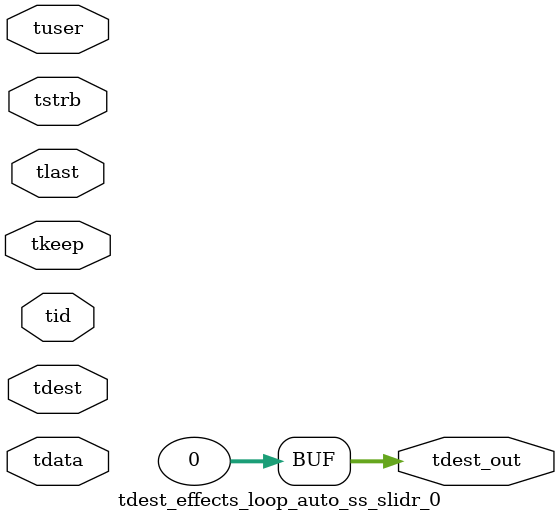
<source format=v>


`timescale 1ps/1ps

module tdest_effects_loop_auto_ss_slidr_0 #
(
parameter C_S_AXIS_TDATA_WIDTH = 32,
parameter C_S_AXIS_TUSER_WIDTH = 0,
parameter C_S_AXIS_TID_WIDTH   = 0,
parameter C_S_AXIS_TDEST_WIDTH = 0,
parameter C_M_AXIS_TDEST_WIDTH = 32
)
(
input  [(C_S_AXIS_TDATA_WIDTH == 0 ? 1 : C_S_AXIS_TDATA_WIDTH)-1:0     ] tdata,
input  [(C_S_AXIS_TUSER_WIDTH == 0 ? 1 : C_S_AXIS_TUSER_WIDTH)-1:0     ] tuser,
input  [(C_S_AXIS_TID_WIDTH   == 0 ? 1 : C_S_AXIS_TID_WIDTH)-1:0       ] tid,
input  [(C_S_AXIS_TDEST_WIDTH == 0 ? 1 : C_S_AXIS_TDEST_WIDTH)-1:0     ] tdest,
input  [(C_S_AXIS_TDATA_WIDTH/8)-1:0 ] tkeep,
input  [(C_S_AXIS_TDATA_WIDTH/8)-1:0 ] tstrb,
input                                                                    tlast,
output [C_M_AXIS_TDEST_WIDTH-1:0] tdest_out
);

assign tdest_out = {4'b0000};

endmodule


</source>
